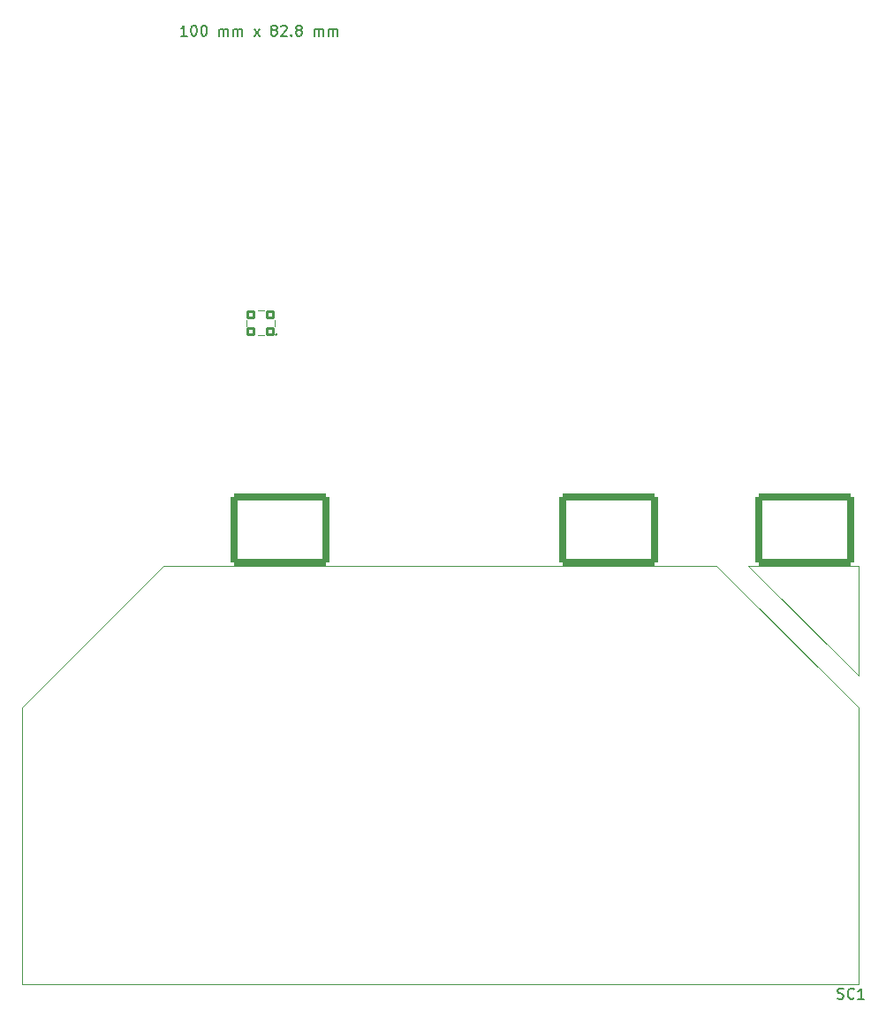
<source format=gto>
G04 #@! TF.GenerationSoftware,KiCad,Pcbnew,8.0.2*
G04 #@! TF.CreationDate,2024-08-20T08:25:12+02:00*
G04 #@! TF.ProjectId,STS1_SIDEPANEL,53545331-5f53-4494-9445-50414e454c2e,rev?*
G04 #@! TF.SameCoordinates,Original*
G04 #@! TF.FileFunction,Legend,Top*
G04 #@! TF.FilePolarity,Positive*
%FSLAX46Y46*%
G04 Gerber Fmt 4.6, Leading zero omitted, Abs format (unit mm)*
G04 Created by KiCad (PCBNEW 8.0.2) date 2024-08-20 08:25:12*
%MOMM*%
%LPD*%
G01*
G04 APERTURE LIST*
G04 Aperture macros list*
%AMRoundRect*
0 Rectangle with rounded corners*
0 $1 Rounding radius*
0 $2 $3 $4 $5 $6 $7 $8 $9 X,Y pos of 4 corners*
0 Add a 4 corners polygon primitive as box body*
4,1,4,$2,$3,$4,$5,$6,$7,$8,$9,$2,$3,0*
0 Add four circle primitives for the rounded corners*
1,1,$1+$1,$2,$3*
1,1,$1+$1,$4,$5*
1,1,$1+$1,$6,$7*
1,1,$1+$1,$8,$9*
0 Add four rect primitives between the rounded corners*
20,1,$1+$1,$2,$3,$4,$5,0*
20,1,$1+$1,$4,$5,$6,$7,0*
20,1,$1+$1,$6,$7,$8,$9,0*
20,1,$1+$1,$8,$9,$2,$3,0*%
%AMFreePoly0*
4,1,17,27.998779,14.255902,28.009846,14.246565,39.669846,2.866565,39.698571,2.811843,39.696113,2.795000,39.700000,2.795000,39.700000,-2.795000,-39.700000,-2.795000,-39.700000,2.795000,-39.695106,2.795000,-39.695106,2.825902,-39.669846,2.866565,-28.009846,14.246565,-27.954442,14.273952,-27.940000,14.275000,27.940000,14.275000,27.998779,14.255902,27.998779,14.255902,$1*%
G04 Aperture macros list end*
%ADD10C,0.150000*%
%ADD11C,0.120000*%
%ADD12C,6.000000*%
%ADD13FreePoly0,0.000000*%
%ADD14R,79.400000X20.475000*%
%ADD15C,5.700000*%
%ADD16RoundRect,0.350000X-4.400000X-3.150000X4.400000X-3.150000X4.400000X3.150000X-4.400000X3.150000X0*%
%ADD17RoundRect,0.100000X-0.300000X-0.300000X0.300000X-0.300000X0.300000X0.300000X-0.300000X0.300000X0*%
G04 APERTURE END LIST*
D10*
X100901028Y-37986419D02*
X100329600Y-37986419D01*
X100615314Y-37986419D02*
X100615314Y-36986419D01*
X100615314Y-36986419D02*
X100520076Y-37129276D01*
X100520076Y-37129276D02*
X100424838Y-37224514D01*
X100424838Y-37224514D02*
X100329600Y-37272133D01*
X101520076Y-36986419D02*
X101615314Y-36986419D01*
X101615314Y-36986419D02*
X101710552Y-37034038D01*
X101710552Y-37034038D02*
X101758171Y-37081657D01*
X101758171Y-37081657D02*
X101805790Y-37176895D01*
X101805790Y-37176895D02*
X101853409Y-37367371D01*
X101853409Y-37367371D02*
X101853409Y-37605466D01*
X101853409Y-37605466D02*
X101805790Y-37795942D01*
X101805790Y-37795942D02*
X101758171Y-37891180D01*
X101758171Y-37891180D02*
X101710552Y-37938800D01*
X101710552Y-37938800D02*
X101615314Y-37986419D01*
X101615314Y-37986419D02*
X101520076Y-37986419D01*
X101520076Y-37986419D02*
X101424838Y-37938800D01*
X101424838Y-37938800D02*
X101377219Y-37891180D01*
X101377219Y-37891180D02*
X101329600Y-37795942D01*
X101329600Y-37795942D02*
X101281981Y-37605466D01*
X101281981Y-37605466D02*
X101281981Y-37367371D01*
X101281981Y-37367371D02*
X101329600Y-37176895D01*
X101329600Y-37176895D02*
X101377219Y-37081657D01*
X101377219Y-37081657D02*
X101424838Y-37034038D01*
X101424838Y-37034038D02*
X101520076Y-36986419D01*
X102472457Y-36986419D02*
X102567695Y-36986419D01*
X102567695Y-36986419D02*
X102662933Y-37034038D01*
X102662933Y-37034038D02*
X102710552Y-37081657D01*
X102710552Y-37081657D02*
X102758171Y-37176895D01*
X102758171Y-37176895D02*
X102805790Y-37367371D01*
X102805790Y-37367371D02*
X102805790Y-37605466D01*
X102805790Y-37605466D02*
X102758171Y-37795942D01*
X102758171Y-37795942D02*
X102710552Y-37891180D01*
X102710552Y-37891180D02*
X102662933Y-37938800D01*
X102662933Y-37938800D02*
X102567695Y-37986419D01*
X102567695Y-37986419D02*
X102472457Y-37986419D01*
X102472457Y-37986419D02*
X102377219Y-37938800D01*
X102377219Y-37938800D02*
X102329600Y-37891180D01*
X102329600Y-37891180D02*
X102281981Y-37795942D01*
X102281981Y-37795942D02*
X102234362Y-37605466D01*
X102234362Y-37605466D02*
X102234362Y-37367371D01*
X102234362Y-37367371D02*
X102281981Y-37176895D01*
X102281981Y-37176895D02*
X102329600Y-37081657D01*
X102329600Y-37081657D02*
X102377219Y-37034038D01*
X102377219Y-37034038D02*
X102472457Y-36986419D01*
X103996267Y-37986419D02*
X103996267Y-37319752D01*
X103996267Y-37414990D02*
X104043886Y-37367371D01*
X104043886Y-37367371D02*
X104139124Y-37319752D01*
X104139124Y-37319752D02*
X104281981Y-37319752D01*
X104281981Y-37319752D02*
X104377219Y-37367371D01*
X104377219Y-37367371D02*
X104424838Y-37462609D01*
X104424838Y-37462609D02*
X104424838Y-37986419D01*
X104424838Y-37462609D02*
X104472457Y-37367371D01*
X104472457Y-37367371D02*
X104567695Y-37319752D01*
X104567695Y-37319752D02*
X104710552Y-37319752D01*
X104710552Y-37319752D02*
X104805791Y-37367371D01*
X104805791Y-37367371D02*
X104853410Y-37462609D01*
X104853410Y-37462609D02*
X104853410Y-37986419D01*
X105329600Y-37986419D02*
X105329600Y-37319752D01*
X105329600Y-37414990D02*
X105377219Y-37367371D01*
X105377219Y-37367371D02*
X105472457Y-37319752D01*
X105472457Y-37319752D02*
X105615314Y-37319752D01*
X105615314Y-37319752D02*
X105710552Y-37367371D01*
X105710552Y-37367371D02*
X105758171Y-37462609D01*
X105758171Y-37462609D02*
X105758171Y-37986419D01*
X105758171Y-37462609D02*
X105805790Y-37367371D01*
X105805790Y-37367371D02*
X105901028Y-37319752D01*
X105901028Y-37319752D02*
X106043885Y-37319752D01*
X106043885Y-37319752D02*
X106139124Y-37367371D01*
X106139124Y-37367371D02*
X106186743Y-37462609D01*
X106186743Y-37462609D02*
X106186743Y-37986419D01*
X107329600Y-37986419D02*
X107853409Y-37319752D01*
X107329600Y-37319752D02*
X107853409Y-37986419D01*
X109139124Y-37414990D02*
X109043886Y-37367371D01*
X109043886Y-37367371D02*
X108996267Y-37319752D01*
X108996267Y-37319752D02*
X108948648Y-37224514D01*
X108948648Y-37224514D02*
X108948648Y-37176895D01*
X108948648Y-37176895D02*
X108996267Y-37081657D01*
X108996267Y-37081657D02*
X109043886Y-37034038D01*
X109043886Y-37034038D02*
X109139124Y-36986419D01*
X109139124Y-36986419D02*
X109329600Y-36986419D01*
X109329600Y-36986419D02*
X109424838Y-37034038D01*
X109424838Y-37034038D02*
X109472457Y-37081657D01*
X109472457Y-37081657D02*
X109520076Y-37176895D01*
X109520076Y-37176895D02*
X109520076Y-37224514D01*
X109520076Y-37224514D02*
X109472457Y-37319752D01*
X109472457Y-37319752D02*
X109424838Y-37367371D01*
X109424838Y-37367371D02*
X109329600Y-37414990D01*
X109329600Y-37414990D02*
X109139124Y-37414990D01*
X109139124Y-37414990D02*
X109043886Y-37462609D01*
X109043886Y-37462609D02*
X108996267Y-37510228D01*
X108996267Y-37510228D02*
X108948648Y-37605466D01*
X108948648Y-37605466D02*
X108948648Y-37795942D01*
X108948648Y-37795942D02*
X108996267Y-37891180D01*
X108996267Y-37891180D02*
X109043886Y-37938800D01*
X109043886Y-37938800D02*
X109139124Y-37986419D01*
X109139124Y-37986419D02*
X109329600Y-37986419D01*
X109329600Y-37986419D02*
X109424838Y-37938800D01*
X109424838Y-37938800D02*
X109472457Y-37891180D01*
X109472457Y-37891180D02*
X109520076Y-37795942D01*
X109520076Y-37795942D02*
X109520076Y-37605466D01*
X109520076Y-37605466D02*
X109472457Y-37510228D01*
X109472457Y-37510228D02*
X109424838Y-37462609D01*
X109424838Y-37462609D02*
X109329600Y-37414990D01*
X109901029Y-37081657D02*
X109948648Y-37034038D01*
X109948648Y-37034038D02*
X110043886Y-36986419D01*
X110043886Y-36986419D02*
X110281981Y-36986419D01*
X110281981Y-36986419D02*
X110377219Y-37034038D01*
X110377219Y-37034038D02*
X110424838Y-37081657D01*
X110424838Y-37081657D02*
X110472457Y-37176895D01*
X110472457Y-37176895D02*
X110472457Y-37272133D01*
X110472457Y-37272133D02*
X110424838Y-37414990D01*
X110424838Y-37414990D02*
X109853410Y-37986419D01*
X109853410Y-37986419D02*
X110472457Y-37986419D01*
X110901029Y-37891180D02*
X110948648Y-37938800D01*
X110948648Y-37938800D02*
X110901029Y-37986419D01*
X110901029Y-37986419D02*
X110853410Y-37938800D01*
X110853410Y-37938800D02*
X110901029Y-37891180D01*
X110901029Y-37891180D02*
X110901029Y-37986419D01*
X111520076Y-37414990D02*
X111424838Y-37367371D01*
X111424838Y-37367371D02*
X111377219Y-37319752D01*
X111377219Y-37319752D02*
X111329600Y-37224514D01*
X111329600Y-37224514D02*
X111329600Y-37176895D01*
X111329600Y-37176895D02*
X111377219Y-37081657D01*
X111377219Y-37081657D02*
X111424838Y-37034038D01*
X111424838Y-37034038D02*
X111520076Y-36986419D01*
X111520076Y-36986419D02*
X111710552Y-36986419D01*
X111710552Y-36986419D02*
X111805790Y-37034038D01*
X111805790Y-37034038D02*
X111853409Y-37081657D01*
X111853409Y-37081657D02*
X111901028Y-37176895D01*
X111901028Y-37176895D02*
X111901028Y-37224514D01*
X111901028Y-37224514D02*
X111853409Y-37319752D01*
X111853409Y-37319752D02*
X111805790Y-37367371D01*
X111805790Y-37367371D02*
X111710552Y-37414990D01*
X111710552Y-37414990D02*
X111520076Y-37414990D01*
X111520076Y-37414990D02*
X111424838Y-37462609D01*
X111424838Y-37462609D02*
X111377219Y-37510228D01*
X111377219Y-37510228D02*
X111329600Y-37605466D01*
X111329600Y-37605466D02*
X111329600Y-37795942D01*
X111329600Y-37795942D02*
X111377219Y-37891180D01*
X111377219Y-37891180D02*
X111424838Y-37938800D01*
X111424838Y-37938800D02*
X111520076Y-37986419D01*
X111520076Y-37986419D02*
X111710552Y-37986419D01*
X111710552Y-37986419D02*
X111805790Y-37938800D01*
X111805790Y-37938800D02*
X111853409Y-37891180D01*
X111853409Y-37891180D02*
X111901028Y-37795942D01*
X111901028Y-37795942D02*
X111901028Y-37605466D01*
X111901028Y-37605466D02*
X111853409Y-37510228D01*
X111853409Y-37510228D02*
X111805790Y-37462609D01*
X111805790Y-37462609D02*
X111710552Y-37414990D01*
X113091505Y-37986419D02*
X113091505Y-37319752D01*
X113091505Y-37414990D02*
X113139124Y-37367371D01*
X113139124Y-37367371D02*
X113234362Y-37319752D01*
X113234362Y-37319752D02*
X113377219Y-37319752D01*
X113377219Y-37319752D02*
X113472457Y-37367371D01*
X113472457Y-37367371D02*
X113520076Y-37462609D01*
X113520076Y-37462609D02*
X113520076Y-37986419D01*
X113520076Y-37462609D02*
X113567695Y-37367371D01*
X113567695Y-37367371D02*
X113662933Y-37319752D01*
X113662933Y-37319752D02*
X113805790Y-37319752D01*
X113805790Y-37319752D02*
X113901029Y-37367371D01*
X113901029Y-37367371D02*
X113948648Y-37462609D01*
X113948648Y-37462609D02*
X113948648Y-37986419D01*
X114424838Y-37986419D02*
X114424838Y-37319752D01*
X114424838Y-37414990D02*
X114472457Y-37367371D01*
X114472457Y-37367371D02*
X114567695Y-37319752D01*
X114567695Y-37319752D02*
X114710552Y-37319752D01*
X114710552Y-37319752D02*
X114805790Y-37367371D01*
X114805790Y-37367371D02*
X114853409Y-37462609D01*
X114853409Y-37462609D02*
X114853409Y-37986419D01*
X114853409Y-37462609D02*
X114901028Y-37367371D01*
X114901028Y-37367371D02*
X114996266Y-37319752D01*
X114996266Y-37319752D02*
X115139123Y-37319752D01*
X115139123Y-37319752D02*
X115234362Y-37367371D01*
X115234362Y-37367371D02*
X115281981Y-37462609D01*
X115281981Y-37462609D02*
X115281981Y-37986419D01*
X163258095Y-130142400D02*
X163400952Y-130190019D01*
X163400952Y-130190019D02*
X163639047Y-130190019D01*
X163639047Y-130190019D02*
X163734285Y-130142400D01*
X163734285Y-130142400D02*
X163781904Y-130094780D01*
X163781904Y-130094780D02*
X163829523Y-129999542D01*
X163829523Y-129999542D02*
X163829523Y-129904304D01*
X163829523Y-129904304D02*
X163781904Y-129809066D01*
X163781904Y-129809066D02*
X163734285Y-129761447D01*
X163734285Y-129761447D02*
X163639047Y-129713828D01*
X163639047Y-129713828D02*
X163448571Y-129666209D01*
X163448571Y-129666209D02*
X163353333Y-129618590D01*
X163353333Y-129618590D02*
X163305714Y-129570971D01*
X163305714Y-129570971D02*
X163258095Y-129475733D01*
X163258095Y-129475733D02*
X163258095Y-129380495D01*
X163258095Y-129380495D02*
X163305714Y-129285257D01*
X163305714Y-129285257D02*
X163353333Y-129237638D01*
X163353333Y-129237638D02*
X163448571Y-129190019D01*
X163448571Y-129190019D02*
X163686666Y-129190019D01*
X163686666Y-129190019D02*
X163829523Y-129237638D01*
X164829523Y-130094780D02*
X164781904Y-130142400D01*
X164781904Y-130142400D02*
X164639047Y-130190019D01*
X164639047Y-130190019D02*
X164543809Y-130190019D01*
X164543809Y-130190019D02*
X164400952Y-130142400D01*
X164400952Y-130142400D02*
X164305714Y-130047161D01*
X164305714Y-130047161D02*
X164258095Y-129951923D01*
X164258095Y-129951923D02*
X164210476Y-129761447D01*
X164210476Y-129761447D02*
X164210476Y-129618590D01*
X164210476Y-129618590D02*
X164258095Y-129428114D01*
X164258095Y-129428114D02*
X164305714Y-129332876D01*
X164305714Y-129332876D02*
X164400952Y-129237638D01*
X164400952Y-129237638D02*
X164543809Y-129190019D01*
X164543809Y-129190019D02*
X164639047Y-129190019D01*
X164639047Y-129190019D02*
X164781904Y-129237638D01*
X164781904Y-129237638D02*
X164829523Y-129285257D01*
X165781904Y-130190019D02*
X165210476Y-130190019D01*
X165496190Y-130190019D02*
X165496190Y-129190019D01*
X165496190Y-129190019D02*
X165400952Y-129332876D01*
X165400952Y-129332876D02*
X165305714Y-129428114D01*
X165305714Y-129428114D02*
X165210476Y-129475733D01*
D11*
X85050000Y-102280200D02*
X98650000Y-88780200D01*
X85050000Y-128780200D02*
X85050000Y-102280200D01*
X98650000Y-88780200D02*
X151650000Y-88780200D01*
X151650000Y-88780200D02*
X165250000Y-102280200D01*
X154650000Y-88780200D02*
X165250000Y-99280200D01*
X165250000Y-88780200D02*
X154650000Y-88780200D01*
X165250000Y-99280200D02*
X165250000Y-88780200D01*
X165250000Y-102280200D02*
X165250000Y-128780200D01*
X165250000Y-128780200D02*
X85050000Y-128780200D01*
X106600000Y-65175000D02*
X106600000Y-65775000D01*
X108250000Y-64275000D02*
X107650000Y-64275000D01*
X108250000Y-66675000D02*
X107650000Y-66675000D01*
X109300000Y-65175000D02*
X109300000Y-65775000D01*
X109550000Y-66575000D02*
G75*
G02*
X109350000Y-66575000I-100000J0D01*
G01*
X109350000Y-66575000D02*
G75*
G02*
X109550000Y-66575000I100000J0D01*
G01*
%LPC*%
D12*
X101150000Y-110780200D03*
D13*
X125150000Y-105175200D03*
D12*
X125150000Y-110780200D03*
D14*
X125150000Y-118207700D03*
D15*
X152050000Y-110780200D03*
D16*
X109820000Y-85280200D03*
X141280000Y-85280200D03*
X160075000Y-85285200D03*
D17*
X108900000Y-66275000D03*
X108900000Y-64675000D03*
X107000000Y-64675000D03*
X107000000Y-66275000D03*
%LPD*%
M02*

</source>
